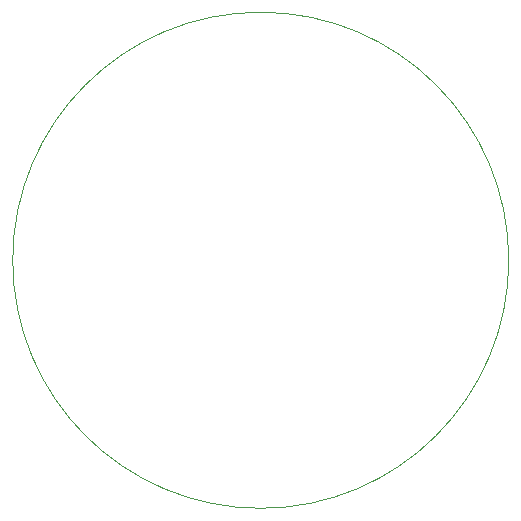
<source format=gbr>
%TF.GenerationSoftware,KiCad,Pcbnew,7.0.9*%
%TF.CreationDate,2023-12-29T19:26:43-05:00*%
%TF.ProjectId,watch-0001,77617463-682d-4303-9030-312e6b696361,v.0.0.1*%
%TF.SameCoordinates,Original*%
%TF.FileFunction,Profile,NP*%
%FSLAX46Y46*%
G04 Gerber Fmt 4.6, Leading zero omitted, Abs format (unit mm)*
G04 Created by KiCad (PCBNEW 7.0.9) date 2023-12-29 19:26:43*
%MOMM*%
%LPD*%
G01*
G04 APERTURE LIST*
%TA.AperFunction,Profile*%
%ADD10C,0.050000*%
%TD*%
G04 APERTURE END LIST*
D10*
X165526000Y-87884000D02*
G75*
G03*
X165526000Y-87884000I-21000000J0D01*
G01*
M02*

</source>
